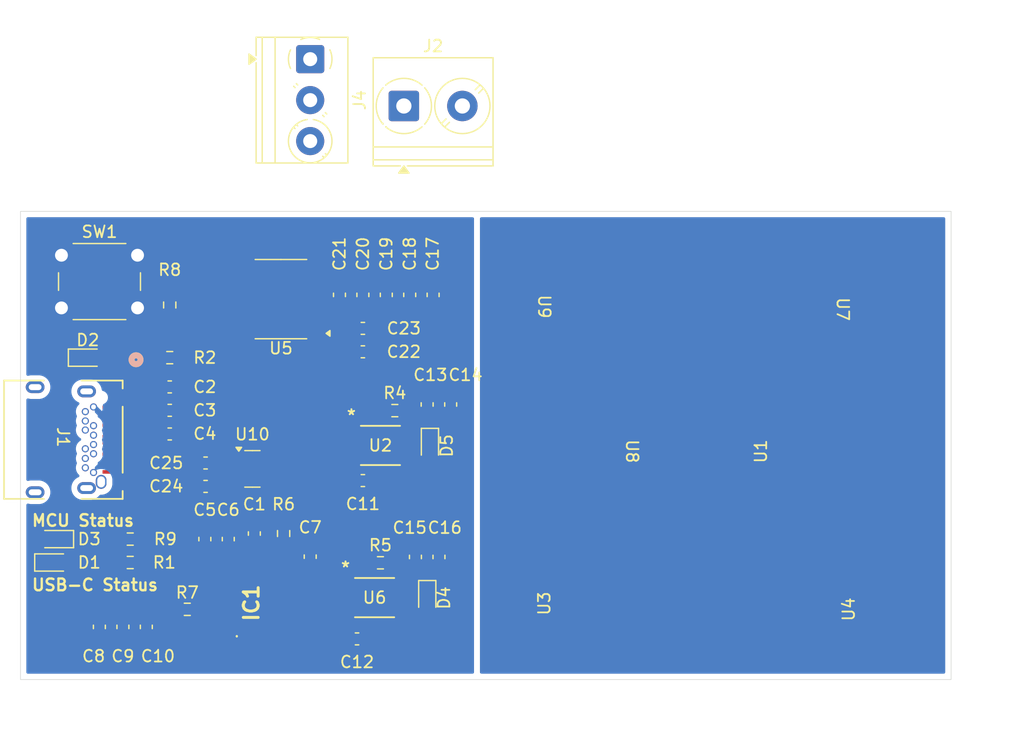
<source format=kicad_pcb>
(kicad_pcb (version 20241229) (generator "pcbnew") (generator_version "9.0")
  (layers (0 "F.Cu" signal) (2 "B.Cu" signal) (13 "F.Paste" user) (15 "B.Paste" user) (5 "F.SilkS" user "F.Silkscreen") (7 "B.SilkS" user "B.Silkscreen") (1 "F.Mask" user) (3 "B.Mask" user) (25 "Edge.Cuts" user))
  (net 0 "")
  (net 2 "+5V")
  (net 5 "/USB_C_IC/PWR_EN")
  (net 8 "GND")
  (net 9 "+18V")
  (net 10 "Net-(IC1-LED)")
  (net 12 "Net-(IC1-VCC)")
  (net 13 "/USB_C_IC/CC1")
  (net 14 "Net-(IC1-IFB)")
  (net 16 "VBUS")
  (net 17 "Net-(IC1-OTP)")
  (net 19 "Net-(IC1-VOUT)")
  (net 20 "/USB_C_IC/CC2")
  (net 32 "/MCU/I2C_SDA")
  (net 33 "/MCU/I2C_SCL")
  (net 34 "/LEDs/LED_2")
  (net 35 "Net-(U1-Pad3)")
  (net 36 "/LEDs/LX_1")
  (net 38 "/LEDs/VSET_1")
  (net 39 "/LEDs/LED_1")
  (net 43 "VLED")
  (net 45 "Net-(U3-Pad3)")
  (net 47 "Net-(L2-Pad1)")
  (net 48 "/MCU/OSC_OUT")
  (net 49 "/MCU/UART_TX")
  (net 53 "/LEDs/Thermal_Pad")
  (net 54 "/USB_C_IC/data_-")
  (net 55 "/USB_C_IC/data_+")
  (net 56 "/MCU/NRST")
  (net 57 "/MCU/SWDIO")
  (net 58 "/MCU/STATUS_LED")
  (net 59 "/MCU/SWCLK")
  (net 60 "/MCU/UART_RX")
  (net 61 "+3V3")
  (net 62 "/MCU/OSC_IN")
  (net 63 "/LEDs/LX_2")
  (net 64 "/LEDs/VSET_2")
  (net 65 "Net-(L1-Pad1)")
  (net 66 "Net-(U7-Pad1)")
  (net 67 "Net-(U8-Pad1)")
  (net 68 "Net-(D1-A)")
  (net 69 "Net-(D2-A)")
  (net 70 "Net-(D3-K)")
  (net 71 "/USB_C_IC/VOUT")
  (footprint "Capacitor_SMD:C_0603_1608Metric_Pad1.08x0.95mm_HandSolder" (layer "F.Cu") (at 123 70.5 180)
    (property "Reference" "C23" (at -3.5 0 0) (layer "F.SilkS"))
    (property "Value" "*")
    (fp_line (start -0.146267 0.51) (end 0.146267 0.51) (stroke (width 0.12)) (layer "F.SilkS"))
    (fp_line (start -0.146267 -0.51) (end 0.146267 -0.51) (stroke (width 0.12)) (layer "F.SilkS"))
    (pad "1" smd roundrect (at -0.8625 0 180) (size 1.075 0.95) (layers "F.Cu" "F.Mask" "F.Paste") (net 8 "GND"))
    (pad "2" smd roundrect (at 0.8625 0 180) (size 1.075 0.95) (layers "F.Cu" "F.Mask" "F.Paste") (net 48 "/MCU/OSC_OUT"))
  )
  (footprint "Capacitor_SMD:C_0603_1608Metric_Pad1.08x0.95mm_HandSolder" (layer "F.Cu") (at 130.5 77 90)
    (property "Reference" "C14" (at 2.525021 1.27115 180) (layer "F.SilkS"))
    (property "Value" "1u")
    (fp_line (start -0.146267 -0.51) (end 0.146267 -0.51) (stroke (width 0.12)) (layer "F.SilkS"))
    (fp_line (start -0.146267 0.51) (end 0.146267 0.51) (stroke (width 0.12)) (layer "F.SilkS"))
    (pad "1" smd roundrect (at -0.8625 0 90) (size 1.075 0.95) (layers "F.Cu" "F.Mask" "F.Paste") (net 43 "VLED"))
    (pad "2" smd roundrect (at 0.8625 0 90) (size 1.075 0.95) (layers "F.Cu" "F.Mask" "F.Paste") (net 8 "GND"))
  )
  (footprint "USB-light-pro:CHIP_D0BJ440E_WFS" (layer "F.Cu") (at 138.5 68.64 -90)
    (property "Reference" "U9" (at 0 0 270) (layer "F.SilkS"))
    (property "Value" "XHP50B-00-0000-0D0BJ440E")
    (pad "1" smd rect (at -2.14 0 270) (size 0.508 4.7752) (layers "F.Cu" "F.Mask" "F.Paste") (net 39 "/LEDs/LED_1"))
    (pad "2" smd rect (at 0 0 270) (size 2.7686 4.7752) (layers "F.Cu" "F.Mask" "F.Paste") (net 53 "/LEDs/Thermal_Pad"))
    (pad "3" smd rect (at 2.14 0 270) (size 0.508 4.7752) (layers "F.Cu" "F.Mask" "F.Paste") (net 67 "Net-(U8-Pad1)"))
  )
  (footprint "Capacitor_SMD:C_0603_1608Metric_Pad1.08x0.95mm_HandSolder" (layer "F.Cu") (at 122.5 97.025021)
    (property "Reference" "C12" (at 0 1.974979 0) (layer "F.SilkS"))
    (property "Value" "100n")
    (fp_line (start -0.146267 -0.51) (end 0.146267 -0.51) (stroke (width 0.12)) (layer "F.SilkS"))
    (fp_line (start -0.146267 0.51) (end 0.146267 0.51) (stroke (width 0.12)) (layer "F.SilkS"))
    (pad "1" smd roundrect (at -0.8625 0) (size 1.075 0.95) (layers "F.Cu" "F.Mask" "F.Paste") (net 64 "/LEDs/VSET_2"))
    (pad "2" smd roundrect (at 0.8625 0) (size 1.075 0.95) (layers "F.Cu" "F.Mask" "F.Paste") (net 8 "GND"))
  )
  (footprint "USB-light-pro:CHIP_D0BJ440E_WFS" (layer "F.Cu") (at 164.5 94.5 90)
    (property "Reference" "U4" (at 0 0 90) (layer "F.SilkS"))
    (property "Value" "XHP50B-00-0000-0D0BJ440E")
    (pad "1" smd rect (at -2.14 0 90) (size 0.508 4.7752) (layers "F.Cu" "F.Mask" "F.Paste") (net 45 "Net-(U3-Pad3)"))
    (pad "2" smd rect (at 0 0 90) (size 2.7686 4.7752) (layers "F.Cu" "F.Mask" "F.Paste") (net 53 "/LEDs/Thermal_Pad"))
    (pad "3" smd rect (at 2.14 0 90) (size 0.508 4.7752) (layers "F.Cu" "F.Mask" "F.Paste") (net 47 "Net-(L2-Pad1)"))
  )
  (footprint "Resistor_SMD:R_0603_1608Metric_Pad0.98x0.95mm_HandSolder" (layer "F.Cu") (at 106.5 73)
    (property "Reference" "R2" (at 3 0 0) (layer "F.SilkS"))
    (property "Value" "100k")
    (fp_line (start -0.254724 -0.5225) (end 0.254724 -0.5225) (stroke (width 0.12)) (layer "F.SilkS"))
    (fp_line (start -0.254724 0.5225) (end 0.254724 0.5225) (stroke (width 0.12)) (layer "F.SilkS"))
    (pad "1" smd roundrect (at -0.9125 0) (size 0.975 0.95) (layers "F.Cu" "F.Mask" "F.Paste") (net 16 "VBUS"))
    (pad "2" smd roundrect (at 0.9125 0) (size 0.975 0.95) (layers "F.Cu" "F.Mask" "F.Paste") (net 69 "Net-(D2-A)"))
  )
  (footprint "USB-light-pro:CHIP_D0BJ440E_WFS" (layer "F.Cu") (at 157 81 90)
    (property "Reference" "U1" (at 0 0 90) (layer "F.SilkS"))
    (property "Value" "XHP50B-00-0000-0D0BJ440E")
    (pad "1" smd rect (at -2.14 0 90) (size 0.508 4.7752) (layers "F.Cu" "F.Mask" "F.Paste") (net 34 "/LEDs/LED_2"))
    (pad "2" smd rect (at 0 0 90) (size 2.7686 4.7752) (layers "F.Cu" "F.Mask" "F.Paste") (net 53 "/LEDs/Thermal_Pad"))
    (pad "3" smd rect (at 2.14 0 90) (size 0.508 4.7752) (layers "F.Cu" "F.Mask" "F.Paste") (net 35 "Net-(U1-Pad3)"))
  )
  (footprint "Resistor_SMD:R_0603_1608Metric_Pad0.98x0.95mm_HandSolder" (layer "F.Cu") (at 103.125 90.5)
    (property "Reference" "R1" (at 2.9125 0 0) (layer "F.SilkS"))
    (property "Value" "1k")
    (fp_line (start -0.254724 -0.5225) (end 0.254724 -0.5225) (stroke (width 0.12)) (layer "F.SilkS"))
    (fp_line (start -0.254724 0.5225) (end 0.254724 0.5225) (stroke (width 0.12)) (layer "F.SilkS"))
    (pad "1" smd roundrect (at -0.9125 0) (size 0.975 0.95) (layers "F.Cu" "F.Mask" "F.Paste") (net 68 "Net-(D1-A)"))
    (pad "2" smd roundrect (at 0.9125 0) (size 0.975 0.95) (layers "F.Cu" "F.Mask" "F.Paste") (net 10 "Net-(IC1-LED)"))
  )
  (footprint "Capacitor_SMD:C_0603_1608Metric_Pad1.08x0.95mm_HandSolder" (layer "F.Cu") (at 127 67.6375 90)
    (property "Reference" "C18" (at 3.5 0 90) (layer "F.SilkS"))
    (property "Value" "1u")
    (fp_line (start -0.146267 -0.51) (end 0.146267 -0.51) (stroke (width 0.12)) (layer "F.SilkS"))
    (fp_line (start -0.146267 0.51) (end 0.146267 0.51) (stroke (width 0.12)) (layer "F.SilkS"))
    (pad "1" smd roundrect (at -0.8625 0 90) (size 1.075 0.95) (layers "F.Cu" "F.Mask" "F.Paste") (net 61 "+3V3"))
    (pad "2" smd roundrect (at 0.8625 0 90) (size 1.075 0.95) (layers "F.Cu" "F.Mask" "F.Paste") (net 8 "GND"))
  )
  (footprint "Resistor_SMD:R_0603_1608Metric_Pad0.98x0.95mm_HandSolder" (layer "F.Cu") (at 103.125 88.5 180)
    (property "Reference" "R9" (at -3 0 0) (layer "F.SilkS"))
    (property "Value" "1k")
    (fp_line (start -0.254724 0.5225) (end 0.254724 0.5225) (stroke (width 0.12)) (layer "F.SilkS"))
    (fp_line (start -0.254724 -0.5225) (end 0.254724 -0.5225) (stroke (width 0.12)) (layer "F.SilkS"))
    (pad "1" smd roundrect (at -0.9125 0 180) (size 0.975 0.95) (layers "F.Cu" "F.Mask" "F.Paste") (net 8 "GND"))
    (pad "2" smd roundrect (at 0.9125 0 180) (size 0.975 0.95) (layers "F.Cu" "F.Mask" "F.Paste") (net 70 "Net-(D3-K)"))
  )
  (footprint "USB-light-pro:MSOP-8EP_DIO" (layer "F.Cu") (at 124 93.5)
    (property "Reference" "U6" (at 0 0 0) (layer "F.SilkS"))
    (property "Value" "AL8861MP-13")
    (fp_line (start -1.6764 1.6764) (end 1.6764 1.6764) (stroke (width 0.1524)) (layer "F.SilkS"))
    (fp_line (start 1.6764 -1.6764) (end -1.6764 -1.6764) (stroke (width 0.1524)) (layer "F.SilkS"))
    (fp_text user "*" (at -2.48285 -2.549779 0) (layer "F.SilkS"))
    (fp_text user "*" (at -2.48285 -2.549779 0) (layer "F.SilkS"))
    (pad "1" smd rect (at -2.22885 -0.974979) (size 1.3589 0.4318) (layers "F.Cu" "F.Mask" "F.Paste") (net 34 "/LEDs/LED_2"))
    (pad "2" smd rect (at -2.22885 -0.324993) (size 1.3589 0.4318) (layers "F.Cu" "F.Mask" "F.Paste") (net 8 "GND"))
    (pad "3" smd rect (at -2.22885 0.324993) (size 1.3589 0.4318) (layers "F.Cu" "F.Mask" "F.Paste") (net 8 "GND"))
    (pad "4" smd rect (at -2.22885 0.974979) (size 1.3589 0.4318) (layers "F.Cu" "F.Mask" "F.Paste") (net 64 "/LEDs/VSET_2"))
    (pad "5" smd rect (at 2.22885 0.974979) (size 1.3589 0.4318) (layers "F.Cu" "F.Mask" "F.Paste") (net 63 "/LEDs/LX_2"))
    (pad "6" smd rect (at 2.22885 0.324993) (size 1.3589 0.4318) (layers "F.Cu" "F.Mask" "F.Paste") (net 63 "/LEDs/LX_2"))
    (pad "7" smd rect (at 2.22885 -0.324993) (size 1.3589 0.4318) (layers "F.Cu" "F.Mask" "F.Paste"))
    (pad "8" smd rect (at 2.22885 -0.974979) (size 1.3589 0.4318) (layers "F.Cu" "F.Mask" "F.Paste") (net 43 "VLED"))
    (pad "EPAD" smd rect (at 0 0) (size 1.7018 2.0066) (layers "F.Cu" "F.Mask" "F.Paste"))
  )
  (footprint "Capacitor_SMD:C_0603_1608Metric_Pad1.08x0.95mm_HandSolder" (layer "F.Cu") (at 121 67.6375 90)
    (property "Reference" "C21" (at 3.5 0 90) (layer "F.SilkS"))
    (property "Value" "10n")
    (fp_line (start -0.146267 -0.51) (end 0.146267 -0.51) (stroke (width 0.12)) (layer "F.SilkS"))
    (fp_line (start -0.146267 0.51) (end 0.146267 0.51) (stroke (width 0.12)) (layer "F.SilkS"))
    (pad "1" smd roundrect (at -0.8625 0 90) (size 1.075 0.95) (layers "F.Cu" "F.Mask" "F.Paste") (net 61 "+3V3"))
    (pad "2" smd roundrect (at 0.8625 0 90) (size 1.075 0.95) (layers "F.Cu" "F.Mask" "F.Paste") (net 8 "GND"))
  )
  (footprint "Resistor_SMD:R_0603_1608Metric_Pad0.98x0.95mm_HandSolder" (layer "F.Cu") (at 116.22885 88.025021 90)
    (property "Reference" "R6" (at 2.5 0 180) (layer "F.SilkS"))
    (property "Value" "10k")
    (fp_line (start -0.254724 -0.5225) (end 0.254724 -0.5225) (stroke (width 0.12)) (layer "F.SilkS"))
    (fp_line (start -0.254724 0.5225) (end 0.254724 0.5225) (stroke (width 0.12)) (layer "F.SilkS"))
    (pad "1" smd roundrect (at -0.9125 0 90) (size 0.975 0.95) (layers "F.Cu" "F.Mask" "F.Paste") (net 17 "Net-(IC1-OTP)"))
    (pad "2" smd roundrect (at 0.9125 0 90) (size 0.975 0.95) (layers "F.Cu" "F.Mask" "F.Paste") (net 8 "GND"))
  )
  (footprint "Diode_SMD:D_0603_1608Metric" (layer "F.Cu") (at 128.5 93.525021 -90)
    (property "Reference" "D4" (at 0 -1.43 90) (layer "F.SilkS"))
    (property "Value" "D")
    (fp_line (start -1.485 0.735) (end 0.8 0.735) (stroke (width 0.12)) (layer "F.SilkS"))
    (fp_line (start -1.485 -0.735) (end -1.485 0.735) (stroke (width 0.12)) (layer "F.SilkS"))
    (fp_line (start 0.8 -0.735) (end -1.485 -0.735) (stroke (width 0.12)) (layer "F.SilkS"))
    (pad "1" smd roundrect (at -0.7875 0 270) (size 0.875 0.95) (layers "F.Cu" "F.Mask" "F.Paste") (net 43 "VLED"))
    (pad "2" smd roundrect (at 0.7875 0 270) (size 0.875 0.95) (layers "F.Cu" "F.Mask" "F.Paste") (net 63 "/LEDs/LX_2"))
  )
  (footprint "Capacitor_SMD:C_0603_1608Metric_Pad1.08x0.95mm_HandSolder" (layer "F.Cu") (at 128.49 77 90)
    (property "Reference" "C13" (at 2.525021 0.28115 180) (layer "F.SilkS"))
    (property "Value" "100n")
    (fp_line (start -0.146267 -0.51) (end 0.146267 -0.51) (stroke (width 0.12)) (layer "F.SilkS"))
    (fp_line (start -0.146267 0.51) (end 0.146267 0.51) (stroke (width 0.12)) (layer "F.SilkS"))
    (pad "1" smd roundrect (at -0.8625 0 90) (size 1.075 0.95) (layers "F.Cu" "F.Mask" "F.Paste") (net 43 "VLED"))
    (pad "2" smd roundrect (at 0.8625 0 90) (size 1.075 0.95) (layers "F.Cu" "F.Mask" "F.Paste") (net 8 "GND"))
  )
  (footprint "USB-light-pro:CHIP_D0BJ440E_WFS" (layer "F.Cu") (at 146 81 -90)
    (property "Reference" "U8" (at 0 0 270) (layer "F.SilkS"))
    (property "Value" "XHP50B-00-0000-0D0BJ440E")
    (pad "1" smd rect (at -2.14 0 270) (size 0.508 4.7752) (layers "F.Cu" "F.Mask" "F.Paste") (net 67 "Net-(U8-Pad1)"))
    (pad "2" smd rect (at 0 0 270) (size 2.7686 4.7752) (layers "F.Cu" "F.Mask" "F.Paste") (net 53 "/LEDs/Thermal_Pad"))
    (pad "3" smd rect (at 2.14 0 270) (size 0.508 4.7752) (layers "F.Cu" "F.Mask" "F.Paste") (net 66 "Net-(U7-Pad1)"))
  )
  (footprint "Capacitor_SMD:C_0603_1608Metric_Pad1.08x0.95mm_HandSolder" (layer "F.Cu") (at 109.5 88.5 90)
    (property "Reference" "C5" (at 2.5 0 180) (layer "F.SilkS"))
    (property "Value" "1u")
    (fp_line (start -0.146267 -0.51) (end 0.146267 -0.51) (stroke (width 0.12)) (layer "F.SilkS"))
    (fp_line (start -0.146267 0.51) (end 0.146267 0.51) (stroke (width 0.12)) (layer "F.SilkS"))
    (pad "1" smd roundrect (at -0.8625 0 90) (size 1.075 0.95) (layers "F.Cu" "F.Mask" "F.Paste") (net 2 "+5V"))
    (pad "2" smd roundrect (at 0.8625 0 90) (size 1.075 0.95) (layers "F.Cu" "F.Mask" "F.Paste") (net 8 "GND"))
  )
  (footprint "USB-light-pro:MSOP-8EP_DIO" (layer "F.Cu") (at 124.5 80.5)
    (property "Reference" "U2" (at 0 0 0) (layer "F.SilkS"))
    (property "Value" "AL8861MP-13")
    (fp_line (start -1.6764 1.6764) (end 1.6764 1.6764) (stroke (width 0.1524)) (layer "F.SilkS"))
    (fp_line (start 1.6764 -1.6764) (end -1.6764 -1.6764) (stroke (width 0.1524)) (layer "F.SilkS"))
    (fp_text user "*" (at -2.48285 -2.549779 0) (layer "F.SilkS"))
    (fp_text user "*" (at -2.48285 -2.549779 0) (layer "F.SilkS"))
    (pad "1" smd rect (at -2.22885 -0.974979) (size 1.3589 0.4318) (layers "F.Cu" "F.Mask" "F.Paste") (net 39 "/LEDs/LED_1"))
    (pad "2" smd rect (at -2.22885 -0.324993) (size 1.3589 0.4318) (layers "F.Cu" "F.Mask" "F.Paste") (net 8 "GND"))
    (pad "3" smd rect (at -2.22885 0.324993) (size 1.3589 0.4318) (layers "F.Cu" "F.Mask" "F.Paste") (net 8 "GND"))
    (pad "4" smd rect (at -2.22885 0.974979) (size 1.3589 0.4318) (layers "F.Cu" "F.Mask" "F.Paste") (net 38 "/LEDs/VSET_1"))
    (pad "5" smd rect (at 2.22885 0.974979) (size 1.3589 0.4318) (layers "F.Cu" "F.Mask" "F.Paste") (net 36 "/LEDs/LX_1"))
    (pad "6" smd rect (at 2.22885 0.324993) (size 1.3589 0.4318) (layers "F.Cu" "F.Mask" "F.Paste") (net 36 "/LEDs/LX_1"))
    (pad "7" smd rect (at 2.22885 -0.324993) (size 1.3589 0.4318) (layers "F.Cu" "F.Mask" "F.Paste"))
    (pad "8" smd rect (at 2.22885 -0.974979) (size 1.3589 0.4318) (layers "F.Cu" "F.Mask" "F.Paste") (net 43 "VLED"))
    (pad "EPAD" smd rect (at 0 0) (size 1.7018 2.0066) (layers "F.Cu" "F.Mask" "F.Paste"))
  )
  (footprint "Package_TO_SOT_SMD:SOT-23" (layer "F.Cu") (at 113.5625 82.5)
    (property "Reference" "U10" (at 0 -2.95 0) (layer "F.SilkS"))
    (property "Value" "AP2127N-3.3")
    (fp_line (start 0 -1.56) (end -0.65 -1.56) (stroke (width 0.12)) (layer "F.SilkS"))
    (fp_line (start 0 -1.56) (end 0.65 -1.56) (stroke (width 0.12)) (layer "F.SilkS"))
    (fp_line (start 0 1.56) (end -0.65 1.56) (stroke (width 0.12)) (layer "F.SilkS"))
    (fp_line (start 0 1.56) (end 0.65 1.56) (stroke (width 0.12)) (layer "F.SilkS"))
    (fp_poly (pts (xy -1.1625 -1.51) (xy -1.4025 -1.84) (xy -0.9225 -1.84) (xy -1.1625 -1.51)) (stroke (width 0.12)) (fill yes) (layer "F.SilkS"))
    (pad "1" smd roundrect (at -0.9375 -0.95) (size 1.475 0.6) (layers "F.Cu" "F.Mask" "F.Paste") (net 8 "GND"))
    (pad "2" smd roundrect (at -0.9375 0.95) (size 1.475 0.6) (layers "F.Cu" "F.Mask" "F.Paste") (net 61 "+3V3"))
    (pad "3" smd roundrect (at 0.9375 0) (size 1.475 0.6) (layers "F.Cu" "F.Mask" "F.Paste") (net 2 "+5V"))
  )
  (footprint "USB-light-pro:CHIP_D0BJ440E_WFS" (layer "F.Cu") (at 138.5 94 90)
    (property "Reference" "U3" (at 0 0 90) (layer "F.SilkS"))
    (property "Value" "XHP50B-00-0000-0D0BJ440E")
    (pad "1" smd rect (at -2.14 0 90) (size 0.508 4.7752) (layers "F.Cu" "F.Mask" "F.Paste") (net 35 "Net-(U1-Pad3)"))
    (pad "2" smd rect (at 0 0 90) (size 2.7686 4.7752) (layers "F.Cu" "F.Mask" "F.Paste") (net 53 "/LEDs/Thermal_Pad"))
    (pad "3" smd rect (at 2.14 0 90) (size 0.508 4.7752) (layers "F.Cu" "F.Mask" "F.Paste") (net 45 "Net-(U3-Pad3)"))
  )
  (footprint "Capacitor_SMD:C_0603_1608Metric_Pad1.08x0.95mm_HandSolder" (layer "F.Cu") (at 106.5 79.52)
    (property "Reference" "C4" (at 3 -0.02 0) (layer "F.SilkS"))
    (property "Value" "100n")
    (fp_line (start -0.146267 -0.51) (end 0.146267 -0.51) (stroke (width 0.12)) (layer "F.SilkS"))
    (fp_line (start -0.146267 0.51) (end 0.146267 0.51) (stroke (width 0.12)) (layer "F.SilkS"))
    (pad "1" smd roundrect (at -0.8625 0) (size 1.075 0.95) (layers "F.Cu" "F.Mask" "F.Paste") (net 16 "VBUS"))
    (pad "2" smd roundrect (at 0.8625 0) (size 1.075 0.95) (layers "F.Cu" "F.Mask" "F.Paste") (net 8 "GND"))
  )
  (footprint "LED_SMD:LED_0603_1608Metric_Pad1.05x0.95mm_HandSolder" (layer "F.Cu") (at 96.625 90.5)
    (property "Reference" "D1" (at 3 0 0) (layer "F.SilkS"))
    (property "Value" "LED")
    (fp_line (start -1.66 -0.735) (end -1.66 0.735) (stroke (width 0.12)) (layer "F.SilkS"))
    (fp_line (start -1.66 0.735) (end 0.8 0.735) (stroke (width 0.12)) (layer "F.SilkS"))
    (fp_line (start 0.8 -0.735) (end -1.66 -0.735) (stroke (width 0.12)) (layer "F.SilkS"))
    (pad "1" smd roundrect (at -0.875 0) (size 1.05 0.95) (layers "F.Cu" "F.Mask" "F.Paste") (net 8 "GND"))
    (pad "2" smd roundrect (at 0.875 0) (size 1.05 0.95) (layers "F.Cu" "F.Mask" "F.Paste") (net 68 "Net-(D1-A)"))
  )
  (footprint "Capacitor_SMD:C_0603_1608Metric_Pad1.08x0.95mm_HandSolder" (layer "F.Cu") (at 102.5 96 -90)
    (property "Reference" "C9" (at 2.5 0 180) (layer "F.SilkS"))
    (property "Value" "1u")
    (fp_line (start -0.146267 0.51) (end 0.146267 0.51) (stroke (width 0.12)) (layer "F.SilkS"))
    (fp_line (start -0.146267 -0.51) (end 0.146267 -0.51) (stroke (width 0.12)) (layer "F.SilkS"))
    (pad "1" smd roundrect (at -0.8625 0 270) (size 1.075 0.95) (layers "F.Cu" "F.Mask" "F.Paste") (net 71 "/USB_C_IC/VOUT"))
    (pad "2" smd roundrect (at 0.8625 0 270) (size 1.075 0.95) (layers "F.Cu" "F.Mask" "F.Paste") (net 8 "GND"))
  )
  (footprint "Button_Switch_THT:SW_PUSH_6mm" (layer "F.Cu") (at 97.25 64.25)
    (property "Reference" "SW1" (at 3.25 -2 0) (layer "F.SilkS"))
    (property "Value" "SW_Push")
    (fp_line (start -0.25 1.5) (end -0.25 3) (stroke (width 0.12)) (layer "F.SilkS"))
    (fp_line (start 1 5.5) (end 5.5 5.5) (stroke (width 0.12)) (layer "F.SilkS"))
    (fp_line (start 5.5 -1) (end 1 -1) (stroke (width 0.12)) (layer "F.SilkS"))
    (fp_line (start 6.75 3) (end 6.75 1.5) (stroke (width 0.12)) (layer "F.SilkS"))
    (pad "1" thru_hole circle (at 0 0 90) (size 2 2) (drill 1.1) (layers "*.Cu" "*.Mask") (net 8 "GND"))
    (pad "1" thru_hole circle (at 6.5 0 90) (size 2 2) (drill 1.1) (layers "*.Cu" "*.Mask") (net 8 "GND"))
    (pad "2" thru_hole circle (at 0 4.5 90) (size 2 2) (drill 1.1) (layers "*.Cu" "*.Mask") (net 56 "/MCU/NRST"))
    (pad "2" thru_hole circle (at 6.5 4.5 90) (size 2 2) (drill 1.1) (layers "*.Cu" "*.Mask") (net 56 "/MCU/NRST"))
  )
  (footprint "Resistor_SMD:R_0603_1608Metric_Pad0.98x0.95mm_HandSolder" (layer "F.Cu") (at 106.5 68.5 -90)
    (property "Reference" "R8" (at -3 0 180) (layer "F.SilkS"))
    (property "Value" "10k")
    (fp_line (start -0.254724 0.5225) (end 0.254724 0.5225) (stroke (width 0.12)) (layer "F.SilkS"))
    (fp_line (start -0.254724 -0.5225) (end 0.254724 -0.5225) (stroke (width 0.12)) (layer "F.SilkS"))
    (pad "1" smd roundrect (at -0.9125 0 270) (size 0.975 0.95) (layers "F.Cu" "F.Mask" "F.Paste") (net 61 "+3V3"))
    (pad "2" smd roundrect (at 0.9125 0 270) (size 0.975 0.95) (layers "F.Cu" "F.Mask" "F.Paste") (net 56 "/MCU/NRST"))
  )
  (footprint "USB-light-pro:CHIP_D0BJ440E_WFS" (layer "F.Cu") (at 164 68.86 -90)
    (property "Reference" "U7" (at 0 0 270) (layer "F.SilkS"))
    (property "Value" "XHP50B-00-0000-0D0BJ440E")
    (pad "1" smd rect (at -2.14 0 270) (size 0.508 4.7752) (layers "F.Cu" "F.Mask" "F.Paste") (net 66 "Net-(U7-Pad1)"))
    (pad "2" smd rect (at 0 0 270) (size 2.7686 4.7752) (layers "F.Cu" "F.Mask" "F.Paste") (net 53 "/LEDs/Thermal_Pad"))
    (pad "3" smd rect (at 2.14 0 270) (size 0.508 4.7752) (layers "F.Cu" "F.Mask" "F.Paste") (net 65 "Net-(L1-Pad1)"))
  )
  (footprint "Capacitor_SMD:C_0603_1608Metric_Pad1.08x0.95mm_HandSolder" (layer "F.Cu") (at 125 67.6375 90)
    (property "Reference" "C19" (at 3.5 0 90) (layer "F.SilkS"))
    (property "Value" "100n")
    (fp_line (start -0.146267 -0.51) (end 0.146267 -0.51) (stroke (width 0.12)) (layer "F.SilkS"))
    (fp_line (start -0.146267 0.51) (end 0.146267 0.51) (stroke (width 0.12)) (layer "F.SilkS"))
    (pad "1" smd roundrect (at -0.8625 0 90) (size 1.075 0.95) (layers "F.Cu" "F.Mask" "F.Paste") (net 61 "+3V3"))
    (pad "2" smd roundrect (at 0.8625 0 90) (size 1.075 0.95) (layers "F.Cu" "F.Mask" "F.Paste") (net 8 "GND"))
  )
  (footprint "Capacitor_SMD:C_0603_1608Metric_Pad1.08x0.95mm_HandSolder" (layer "F.Cu") (at 109.5625 82 180)
    (property "Reference" "C25" (at 3.3625 0 0) (layer "F.SilkS"))
    (property "Value" "100n")
    (fp_line (start -0.146267 0.51) (end 0.146267 0.51) (stroke (width 0.12)) (layer "F.SilkS"))
    (fp_line (start -0.146267 -0.51) (end 0.146267 -0.51) (stroke (width 0.12)) (layer "F.SilkS"))
    (pad "1" smd roundrect (at -0.8625 0 180) (size 1.075 0.95) (layers "F.Cu" "F.Mask" "F.Paste") (net 61 "+3V3"))
    (pad "2" smd roundrect (at 0.8625 0 180) (size 1.075 0.95) (layers "F.Cu" "F.Mask" "F.Paste") (net 8 "GND"))
  )
  (footprint "Package_SO:TSSOP-20_4.4x6.5mm_P0.65mm" (layer "F.Cu") (at 116 68 180)
    (property "Reference" "U5" (at 0 -4.2 0) (layer "F.SilkS"))
    (property "Value" "STM32C011F6Px")
    (fp_line (start 0 3.385) (end 2.2 3.385) (stroke (width 0.12)) (layer "F.SilkS"))
    (fp_line (start 0 3.385) (end -2.2 3.385) (stroke (width 0.12)) (layer "F.SilkS"))
    (fp_line (start 0 -3.385) (end 2.2 -3.385) (stroke (width 0.12)) (layer "F.SilkS"))
    (fp_line (start 0 -3.385) (end -2.2 -3.385) (stroke (width 0.12)) (layer "F.SilkS"))
    (fp_poly (pts (xy -3.86 -2.925) (xy -4.19 -3.165) (xy -4.19 -2.685) (xy -3.86 -2.925)) (stroke (width 0.12)) (fill yes) (layer "F.SilkS"))
    (pad "1" smd roundrect (at -2.8625 -2.925 180) (size 1.475 0.4) (layers "F.Cu" "F.Mask" "F.Paste") (net 32 "/MCU/I2C_SDA"))
    (pad "2" smd roundrect (at -2.8625 -2.275 180) (size 1.475 0.4) (layers "F.Cu" "F.Mask" "F.Paste") (net 62 "/MCU/OSC_IN"))
    (pad "3" smd roundrect (at -2.8625 -1.625 180) (size 1.475 0.4) (layers "F.Cu" "F.Mask" "F.Paste") (net 48 "/MCU/OSC_OUT"))
    (pad "4" smd roundrect (at -2.8625 -0.975 180) (size 1.475 0.4) (layers "F.Cu" "F.Mask" "F.Paste") (net 61 "+3V3"))
    (pad "5" smd roundrect (at -2.8625 -0.325 180) (size 1.475 0.4) (layers "F.Cu" "F.Mask" "F.Paste") (net 8 "GND"))
    (pad "6" smd roundrect (at -2.8625 0.325 180) (size 1.475 0.4) (layers "F.Cu" "F.Mask" "F.Paste") (net 56 "/MCU/NRST"))
    (pad "7" smd roundrect (at -2.8625 0.975 180) (size 1.475 0.4) (layers "F.Cu" "F.Mask" "F.Paste") (net 49 "/MCU/UART_TX"))
    (pad "8" smd roundrect (at -2.8625 1.625 180) (size 1.475 0.4) (layers "F.Cu" "F.Mask" "F.Paste") (net 60 "/MCU/UART_RX"))
    (pad "9" smd roundrect (at -2.8625 2.275 180) (size 1.475 0.4) (layers "F.Cu" "F.Mask" "F.Paste"))
    (pad "10" smd roundrect (at -2.8625 2.925 180) (size 1.475 0.4) (layers "F.Cu" "F.Mask" "F.Paste"))
    (pad "11" smd roundrect (at 2.8625 2.925 180) (size 1.475 0.4) (layers "F.Cu" "F.Mask" "F.Paste") (net 58 "/MCU/STATUS_LED"))
    (pad "12" smd roundrect (at 2.8625 2.275 180) (size 1.475 0.4) (layers "F.Cu" "F.Mask" "F.Paste"))
    (pad "13" smd roundrect (at 2.8625 1.625 180) (size 1.475 0.4) (layers "F.Cu" "F.Mask" "F.Paste"))
    (pad "14" smd roundrect (at 2.8625 0.975 180) (size 1.475 0.4) (layers "F.Cu" "F.Mask" "F.Paste"))
    (pad "15" smd roundrect (at 2.8625 0.325 180) (size 1.475 0.4) (layers "F.Cu" "F.Mask" "F.Paste"))
    (pad "16" smd roundrect (at 2.8625 -0.325 180) (size 1.475 0.4) (layers "F.Cu" "F.Mask" "F.Paste"))
    (pad "17" smd roundrect (at 2.8625 -0.975 180) (size 1.475 0.4) (layers "F.Cu" "F.Mask" "F.Paste"))
    (pad "18" smd roundrect (at 2.8625 -1.625 180) (size 1.475 0.4) (layers "F.Cu" "F.Mask" "F.Paste") (net 57 "/MCU/SWDIO"))
    (pad "19" smd roundrect (at 2.8625 -2.275 180) (size 1.475 0.4) (layers "F.Cu" "F.Mask" "F.Paste") (net 59 "/MCU/SWCLK"))
    (pad "20" smd roundrect (at 2.8625 -2.925 180) (size 1.475 0.4) (layers "F.Cu" "F.Mask" "F.Paste") (net 33 "/MCU/I2C_SCL"))
  )
  (footprint "TerminalBlock_Phoenix:TerminalBlock_Phoenix_PT-1,5-2-5.0-H_1x02_P5.00mm_Horizontal" (layer "F.Cu") (at 126.5 51.5)
    (property "Reference" "J2" (at 2.5 -5.12 0) (layer "F.SilkS"))
    (property "Value" "Screw_Terminal_01x02")
    (fp_line (start -2.62 -4.12) (end -2.62 5.12) (stroke (width 0.12)) (layer "F.SilkS"))
    (fp_line (start -2.62 -4.12) (end 7.62 -4.12) (stroke (width 0.12)) (layer "F.SilkS"))
    (fp_line (start -2.62 3.5) (end 7.62 3.5) (stroke (width 0.12)) (layer "F.SilkS"))
    (fp_line (start -2.62 4.6) (end 7.62 4.6) (stroke (width 0.12)) (layer "F.SilkS"))
    (fp_line (start -2.62 5.12) (end -0.3 5.12) (stroke (width 0.12)) (layer "F.SilkS"))
    (fp_line (start -1.78 1.491) (end -1.79 1.502) (stroke (width 0.12)) (layer "F.SilkS"))
    (fp_line (start -1.493 1.78) (end -1.502 1.79) (stroke (width 0.12)) (layer "F.SilkS"))
    (fp_line (start 0.3 5.12) (end 7.62 5.12) (stroke (width 0.12)) (layer "F.SilkS"))
    (fp_line (start 3.605 1.106) (end 3.21 1.502) (stroke (width 0.12)) (layer "F.SilkS"))
    (fp_line (start 3.893 1.394) (end 3.498 1.79) (stroke (width 0.12)) (layer "F.SilkS"))
    (fp_line (start 6.502 -1.79) (end 6.106 -1.394) (stroke (width 0.12)) (layer "F.SilkS"))
    (fp_line (start 6.79 -1.502) (end 6.394 -1.106) (stroke (width 0.12)) (layer "F.SilkS"))
    (fp_line (start 7.62 -4.12) (end 7.62 5.12) (stroke (width 0.12)) (layer "F.SilkS"))
    (fp_arc (start -1.78 1.55) (mid -2.360275 0.000316) (end -1.780415 -1.549523) (stroke (width 0.12)) (layer "F.SilkS"))
    (fp_arc (start -1.55 -1.78) (mid -0.000316 -2.360275) (end 1.549523 -1.780415) (stroke (width 0.12)) (layer "F.SilkS"))
    (fp_arc (start 1.55 1.78) (mid 0.000316 2.360275) (end -1.549523 1.780415) (stroke (width 0.12)) (layer "F.SilkS"))
    (fp_arc (start 1.78 -1.55) (mid 2.360275 -0.000316) (end 1.780415 1.549523) (stroke (width 0.12)) (layer "F.SilkS"))
    (fp_circle (center 5 0) (end 7.36 0) (stroke (width 0.12)) (fill no) (layer "F.SilkS"))
    (fp_poly (pts (xy 0 5.12) (xy 0.44 5.73) (xy -0.44 5.73) (xy 0 5.12)) (stroke (width 0.12)) (fill yes) (layer "F.SilkS"))
    (pad "1" thru_hole roundrect (at 0 0) (size 2.6 2.6) (drill 1.3) (layers "*.Cu" "*.Mask") (roundrect_rratio 0.096154) (net 71 "/USB_C_IC/VOUT"))
    (pad "2" thru_hole circle (at 5 0) (size 2.6 2.6) (drill 1.3) (layers "*.Cu" "*.Mask") (net 8 "GND"))
  )
  (footprint "Capacitor_SMD:C_0603_1608Metric_Pad1.08x0.95mm_HandSolder" (layer "F.Cu") (at 118.5 90 90)
    (property "Reference" "C7" (at 2.5 0 180) (layer "F.SilkS"))
    (property "Value" "100n")
    (fp_line (start -0.146267 -0.51) (end 0.146267 -0.51) (stroke (width 0.12)) (layer "F.SilkS"))
    (fp_line (start -0.146267 0.51) (end 0.146267 0.51) (stroke (width 0.12)) (layer "F.SilkS"))
    (pad "1" smd roundrect (at -0.8625 0 90) (size 1.075 0.95) (layers "F.Cu" "F.Mask" "F.Paste") (net 9 "+18V"))
    (pad "2" smd roundrect (at 0.8625 0 90) (size 1.075 0.95) (layers "F.Cu" "F.Mask" "F.Paste") (net 8 "GND"))
  )
  (footprint "Capacitor_SMD:C_0603_1608Metric_Pad1.08x0.95mm_HandSolder" (layer "F.Cu") (at 123 83.5)
    (property "Reference" "C11" (at 0 2 180) (layer "F.SilkS"))
    (property "Value" "100n")
    (fp_line (start -0.146267 -0.51) (end 0.146267 -0.51) (stroke (width 0.12)) (layer "F.SilkS"))
    (fp_line (start -0.146267 0.51) (end 0.146267 0.51) (stroke (width 0.12)) (layer "F.SilkS"))
    (pad "1" smd roundrect (at -0.8625 0) (size 1.075 0.95) (layers "F.Cu" "F.Mask" "F.Paste") (net 38 "/LEDs/VSET_1"))
    (pad "2" smd roundrect (at 0.8625 0) (size 1.075 0.95) (layers "F.Cu" "F.Mask" "F.Paste") (net 8 "GND"))
  )
  (footprint "Capacitor_SMD:C_0603_1608Metric_Pad1.08x0.95mm_HandSolder" (layer "F.Cu") (at 129 67.6375 90)
    (property "Reference" "C17" (at 3.5 -0.04 90) (layer "F.SilkS"))
    (property "Value" "1u")
    (fp_line (start -0.146267 -0.51) (end 0.146267 -0.51) (stroke (width 0.12)) (layer "F.SilkS"))
    (fp_line (start -0.146267 0.51) (end 0.146267 0.51) (stroke (width 0.12)) (layer "F.SilkS"))
    (pad "1" smd roundrect (at -0.8625 0 90) (size 1.075 0.95) (layers "F.Cu" "F.Mask" "F.Paste") (net 61 "+3V3"))
    (pad "2" smd roundrect (at 0.8625 0 90) (size 1.075 0.95) (layers "F.Cu" "F.Mask" "F.Paste") (net 8 "GND"))
  )
  (footprint "LED_SMD:LED_0603_1608Metric_Pad1.05x0.95mm_HandSolder" (layer "F.Cu") (at 96.625 88.5 180)
    (property "Reference" "D3" (at -3 0 0) (layer "F.SilkS"))
    (property "Value" "LED")
    (fp_line (start 0.8 -0.735) (end -1.66 -0.735) (stroke (width 0.12)) (layer "F.SilkS"))
    (fp_line (start -1.66 0.735) (end 0.8 0.735) (stroke (width 0.12)) (layer "F.SilkS"))
    (fp_line (start -1.66 -0.735) (end -1.66 0.735) (stroke (width 0.12)) (layer "F.SilkS"))
    (pad "1" smd roundrect (at -0.875 0 180) (size 1.05 0.95) (layers "F.Cu" "F.Mask" "F.Paste") (net 70 "Net-(D3-K)"))
    (pad "2" smd roundrect (at 0.875 0 180) (size 1.05 0.95) (layers "F.Cu" "F.Mask" "F.Paste") (net 58 "/MCU/STATUS_LED"))
  )
  (footprint "Resistor_SMD:R_0603_1608Metric_Pad0.98x0.95mm_HandSolder" (layer "F.Cu") (at 124.5 90.525021 180)
    (property "Reference" "R5" (at 0 1.5 0) (layer "F.SilkS"))
    (property "Value" "RS")
    (fp_line (start -0.254724 0.5225) (end 0.254724 0.5225) (stroke (width 0.12)) (layer "F.SilkS"))
    (fp_line (start -0.254724 -0.5225) (end 0.254724 -0.5225) (stroke (width 0.12)) (layer "F.SilkS"))
    (pad "1" smd roundrect (at -0.9125 0 180) (size 0.975 0.95) (layers "F.Cu" "F.Mask" "F.Paste") (net 43 "VLED"))
    (pad "2" smd roundrect (at 0.9125 0 180) (size 0.975 0.95) (layers "F.Cu" "F.Mask" "F.Paste") (net 34 "/LEDs/LED_2"))
  )
  (footprint "Capacitor_SMD:C_0603_1608Metric_Pad1.08x0.95mm_HandSolder" (layer "F.Cu") (at 100.49 96 -90)
    (property "Reference" "C8" (at 2.5 0.49 180) (layer "F.SilkS"))
    (property "Value" "10u")
    (fp_line (start -0.146267 0.51) (end 0.146267 0.51) (stroke (width 0.12)) (layer "F.SilkS"))
    (fp_line (start -0.146267 -0.51) (end 0.146267 -0.51) (stroke (width 0.12)) (layer "F.SilkS"))
    (pad "1" smd roundrect (at -0.8625 0 270) (size 1.075 0.95) (layers "F.Cu" "F.Mask" "F.Paste") (net 71 "/USB_C_IC/VOUT"))
    (pad "2" smd roundrect (at 0.8625 0 270) (size 1.075 0.95) (layers "F.Cu" "F.Mask" "F.Paste") (net 8 "GND"))
  )
  (footprint "TerminalBlock_Phoenix:TerminalBlock_Phoenix_PT-1,5-3-3.5-H_1x03_P3.50mm_Horizontal" (layer "F.Cu") (at 118.5 47.5 -90)
    (property "Reference" "J4" (at 3.5 -4.22 270) (layer "F.SilkS"))
    (property "Value" "Screw_Terminal_01x03")
    (fp_line (start -1.87 4.62) (end -0.3 4.62) (stroke (width 0.12)) (layer "F.SilkS"))
    (fp_line (start 0.3 4.62) (end 8.87 4.62) (stroke (width 0.12)) (layer "F.SilkS"))
    (fp_line (start -1.87 4.1) (end 8.87 4.1) (stroke (width 0.12)) (layer "F.SilkS"))
    (fp_line (start -1.87 3) (end 8.87 3) (stroke (width 0.12)) (layer "F.SilkS"))
    (fp_line (start 2.431 1.296) (end 2.316 1.41) (stroke (width 0.12)) (layer "F.SilkS"))
    (fp_line (start 5.931 1.296) (end 5.816 1.41) (stroke (width 0.12)) (layer "F.SilkS"))
    (fp_line (start 2.204 1.069) (end 2.089 1.183) (stroke (width 0.12)) (layer "F.SilkS"))
    (fp_line (start 5.704 1.069) (end 5.589 1.183) (stroke (width 0.12)) (layer "F.SilkS"))
    (fp_line (start 4.911 -1.184) (end 4.796 -1.069) (stroke (width 0.12)) (layer "F.SilkS"))
    (fp_line (start 8.411 -1.184) (end 8.296 -1.069) (stroke (width 0.12)) (layer "F.SilkS"))
    (fp_line (start 4.684 -1.411) (end 4.569 -1.296) (stroke (width 0.12)) (layer "F.SilkS"))
    (fp_line (start 8.184 -1.411) (end 8.069 -1.296) (stroke (width 0.12)) (layer "F.SilkS"))
    (fp_line (start -1.87 -3.22) (end -1.87 4.62) (stroke (width 0.12)) (layer "F.SilkS"))
    (fp_line (start -1.87 -3.22) (end 8.87 -3.22) (stroke (width 0.12)) (layer "F.SilkS"))
    (fp_line (start 8.87 -3.22) (end 8.87 4.62) (stroke (width 0.12)) (layer "F.SilkS"))
    (fp_arc (start 0.798 1.68) (mid -0.000224 1.859894) (end -0.798405 1.679808) (stroke (width 0.12)) (layer "F.SilkS"))
    (fp_arc (start -1.68 0.798) (mid -1.859894 -0.000224) (end -1.679808 -0.798405) (stroke (width 0.12)) (layer "F.SilkS"))
    (fp_arc (start 5.159 -0.265) (mid 8.859975 0.000025) (end 5.158993 0.264951) (stroke (width 0.12)) (layer "F.SilkS"))
    (fp_arc (start -0.798 -1.68) (mid 0.000224 -1.859894) (end 0.798405 -1.679808) (stroke (width 0.12)) (layer "F.SilkS"))
    (fp_poly (pts (xy 0 4.62) (xy 0.44 5.23) (xy -0.44 5.23) (xy 0 4.62)) (stroke (width 0.12)) (fill yes) (layer "F.SilkS"))
    (pad "1" thru_hole roundrect (at 0 0 270) (size 2.4 2.4) (drill 1.2) (layers "*.Cu" "*.Mask") (roundrect_rratio 0.104167) (net 8 "GND"))
    (pad "2" thru_hole circle (at 3.5 0 270) (size 2.4 2.4) (drill 1.2) (layers "*.Cu" "*.Mask") (net 49 "/MCU/UART_TX"))
    (pad "3" thru_hole circle (at 7 0 270) (size 2.4 2.4) (drill 1.2) (layers "*.Cu" "*.Mask") (net 60 "/MCU/UART_RX"))
  )
  (footprint "Capacitor_SMD:C_0603_1608Metric_Pad1.08x0.95mm_HandSolder" (layer "F.Cu") (at 113.72885 88.025021 90)
    (property "Reference" "C1" (at 2.5 0 180) (layer "F.SilkS"))
    (property "Value" "100n")
    (fp_line (start -0.146267 -0.51) (end 0.146267 -0.51) (stroke (width 0.12)) (layer "F.SilkS"))
    (fp_line (start -0.146267 0.51) (end 0.146267 0.51) (stroke (width 0.12)) (layer "F.SilkS"))
    (pad "1" smd roundrect (at -0.8625 0 90) (size 1.075 0.95) (layers "F.Cu" "F.Mask" "F.Paste") (net 14 "Net-(IC1-IFB)"))
    (pad "2" smd roundrect (at 0.8625 0 90) (size 1.075 0.95) (layers "F.Cu" "F.Mask" "F.Paste") (net 8 "GND"))
  )
  (footprint "Capacitor_SMD:C_0603_1608Metric_Pad1.08x0.95mm_HandSolder" (layer "F.Cu") (at 111.5 88.5 90)
    (property "Reference" "C6" (at 2.5 0 180) (layer "F.SilkS"))
    (property "Value" "100n")
    (fp_line (start -0.146267 -0.51) (end 0.146267 -0.51) (stroke (width 0.12)) (layer "F.SilkS"))
    (fp_line (start -0.146267 0.51) (end 0.146267 0.51) (stroke (width 0.12)) (layer "F.SilkS"))
    (pad "1" smd roundrect (at -0.8625 0 90) (size 1.075 0.95) (layers "F.Cu" "F.Mask" "F.Paste") (net 2 "+5V"))
    (pad "2" smd roundrect (at 0.8625 0 90) (size 1.075 0.95) (layers "F.Cu" "F.Mask" "F.Paste") (net 8 "GND"))
  )
  (footprint "LED_SMD:LED_0603_1608Metric_Pad1.05x0.95mm_HandSolder" (layer "F.Cu") (at 99.5 73)
    (property "Reference" "D2" (at 0 -1.5 0) (layer "F.SilkS"))
    (property "Value" "LED")
    (fp_line (start -1.66 -0.735) (end -1.66 0.735) (stroke (width 0.12)) (layer "F.SilkS"))
    (fp_line (start -1.66 0.735) (end 0.8 0.735) (stroke (width 0.12)) (layer "F.SilkS"))
    (fp_line (start 0.8 -0.735) (end -1.66 -0.735) (stroke (width 0.12)) (layer "F.SilkS"))
    (pad "1" smd roundrect (at -0.875 0) (size 1.05 0.95) (layers "F.Cu" "F.Mask" "F.Paste") (net 8 "GND"))
    (pad "2" smd roundrect (at 0.875 0) (size 1.05 0.95) (layers "F.Cu" "F.Mask" "F.Paste") (net 69 "Net-(D2-A)"))
  )
  (footprint "Capacitor_SMD:C_0603_1608Metric_Pad1.08x0.95mm_HandSolder" (layer "F.Cu") (at 123 72.5 180)
    (property "Reference" "C22" (at -3.5 0 0) (layer "F.SilkS"))
    (property "Value" "*")
    (fp_line (start -0.146267 0.51) (end 0.146267 0.51) (stroke (width 0.12)) (layer "F.SilkS"))
    (fp_line (start -0.146267 -0.51) (end 0.146267 -0.51) (stroke (width 0.12)) (layer "F.SilkS"))
    (pad "1" smd roundrect (at -0.8625 0 180) (size 1.075 0.95) (layers "F.Cu" "F.Mask" "F.Paste") (net 8 "GND"))
    (pad "2" smd roundrect (at 0.8625 0 180) (size 1.075 0.95) (layers "F.Cu" "F.Mask" "F.Paste") (net 62 "/MCU/OSC_IN"))
  )
  (footprint "Diode_SMD:D_0603_1608Metric" (layer "F.Cu") (at 128.72885 80.525021 -90)
    (property "Reference" "D5" (at 0 -1.43 90) (layer "F.SilkS"))
    (property "Value" "D")
    (fp_line (start -1.485 0.735) (end 0.8 0.735) (stroke (width 0.12)) (layer "F.SilkS"))
    (fp_line (start -1.485 -0.735) (end -1.485 0.735) (stroke (width 0.12)) (layer "F.SilkS"))
    (fp_line (start 0.8 -0.735) (end -1.485 -0.735) (stroke (width 0.12)) (layer "F.SilkS"))
    (pad "1" smd roundrect (at -0.7875 0 270) (size 0.875 0.95) (layers "F.Cu" "F.Mask" "F.Paste") (net 43 "VLED"))
    (pad "2" smd roundrect (at 0.7875 0 270) (size 0.875 0.95) (layers "F.Cu" "F.Mask" "F.Paste") (net 36 "/LEDs/LX_1"))
  )
  (footprint "Capacitor_SMD:C_0603_1608Metric_Pad1.08x0.95mm_HandSolder" (layer "F.Cu") (at 127.49 90.025021 90)
    (property "Reference" "C15" (at 2.5 -0.49 0) (layer "F.SilkS"))
    (property "Value" "100n")
    (fp_line (start -0.146267 -0.51) (end 0.146267 -0.51) (stroke (width 0.12)) (layer "F.SilkS"))
    (fp_line (start -0.146267 0.51) (end 0.146267 0.51) (stroke (width 0.12)) (layer "F.SilkS"))
    (pad "1" smd roundrect (at -0.8625 0 90) (size 1.075 0.95) (layers "F.Cu" "F.Mask" "F.Paste") (net 43 "VLED"))
    (pad "2" smd roundrect (at 0.8625 0 90) (size 1.075 0.95) (layers "F.Cu" "F.Mask" "F.Paste") (net 8 "GND"))
  )
  (footprint "Resistor_SMD:R_0603_1608Metric_Pad0.98x0.95mm_HandSolder" (layer "F.Cu") (at 108 94.5)
    (property "Reference" "R7" (at 0 -1.43 0) (layer "F.SilkS"))
    (property "Value" "100")
    (fp_line (start -0.254724 -0.5225) (end 0.254724 -0.5225) (stroke (width 0.12)) (layer "F.SilkS"))
    (fp_line (start -0.254724 0.5225) (end 0.254724 0.5225) (stroke (width 0.12)) (layer "F.SilkS"))
    (pad "1" smd roundrect (at -0.9125 0) (size 0.975 0.95) (layers "F.Cu" "F.Mask" "F.Paste") (net 71 "/USB_C_IC/VOUT"))
    (pad "2" smd roundrect (at 0.9125 0) (size 0.975 0.95) (layers "F.Cu" "F.Mask" "F.Paste") (net 19 "Net-(IC1-VOUT)"))
  )
  (footprint "USB-light-pro:AP33772SDKZ13FA01" (layer "F.Cu") (at 113.47885 93.950021 90)
    (property "Reference" "IC1" (at 0 0 90) (layer "F.SilkS") (effects (font (size 1.27 1.27) (thickness 0.254))))
    (property "Value" "AP33772SDKZ-13-FA01" (hide yes))
    (fp_line (start -2.8 -1.25) (end -2.8 -1.25) (stroke (width 0.1)) (layer "F.SilkS"))
    (fp_line (start -2.9 -1.25) (end -2.9 -1.25) (stroke (width 0.1)) (layer "F.SilkS"))
    (fp_arc (start -2.8 -1.25) (mid -2.85 -1.2) (end -2.9 -1.25) (stroke (width 0.1)) (layer "F.SilkS"))
    (fp_arc (start -2.9 -1.25) (mid -2.85 -1.3) (end -2.8 -1.25) (stroke (width 0.1)) (layer "F.SilkS"))
    (pad "1" smd rect (at -1.925 -1.25 180) (size 0.3 0.75) (layers "F.Cu" "F.Mask" "F.Paste") (net 16 "VBUS"))
    (pad "2" smd rect (at -1.925 -0.75 180) (size 0.3 0.75) (layers "F.Cu" "F.Mask" "F.Paste"))
    (pad "3" smd rect (at -1.925 -0.25 180) (size 0.3 0.75) (layers "F.Cu" "F.Mask" "F.Paste") (net 8 "GND"))
    (pad "4" smd rect (at -1.925 0.25 180) (size 0.3 0.75) (layers "F.Cu" "F.Mask" "F.Paste") (net 32 "/MCU/I2C_SDA"))
    (pad "5" smd rect (at -1.925 0.75 180) (size 0.3 0.75) (layers "F.Cu" "F.Mask" "F.Paste") (net 33 "/MCU/I2C_SCL"))
    (pad "6" smd rect (at -1.925 1.25 180) (size 0.3 0.75) (layers "F.Cu" "F.Mask" "F.Paste"))
    (pad "7" smd rect (at -1.25 1.925 90) (size 0.3 0.75) (layers "F.Cu" "F.Mask" "F.Paste"))
    (pad "8" smd rect (at -0.75 1.925 90) (size 0.3 0.75) (layers "F.Cu" "F.Mask" "F.Paste") (net 10 "Net-(IC1-LED)"))
    (pad "9" smd rect (at -0.25 1.925 90) (size 0.3 0.75) (layers "F.Cu" "F.Mask" "F.Paste"))
    (pad "10" smd rect (at 0.25 1.925 90) (size 0.3 0.75) (layers "F.Cu" "F.Mask" "F.Paste"))
    (pad "11" smd rect (at 0.75 1.925 90) (size 0.3 0.75) (layers "F.Cu" "F.Mask" "F.Paste"))
    (pad "12" smd rect (at 1.25 1.925 90) (size 0.3 0.75) (layers "F.Cu" "F.Mask" "F.Paste") (net 9 "+18V"))
    (pad "13" smd rect (at 1.925 1.25 180) (size 0.3 0.75) (layers "F.Cu" "F.Mask" "F.Paste") (net 17 "Net-(IC1-OTP)"))
    (pad "14" smd rect (at 1.925 0.75 180) (size 0.3 0.75) (layers "F.Cu" "F.Mask" "F.Paste"))
    (pad "15" smd rect (at 1.925 0.25 180) (size 0.3 0.75) (layers "F.Cu" "F.Mask" "F.Paste") (net 14 "Net-(IC1-IFB)"))
    (pad "16" smd rect (at 1.925 -0.25 180) (size 0.3 0.75) (layers "F.Cu" "F.Mask" "F.Paste") (net 20 "/USB_C_IC/CC2"))
    (pad "17" smd rect (at 1.925 -0.75 180) (size 0.3 0.75) (layers "F.Cu" "F.Mask" "F.Paste") (net 13 "/USB_C_IC/CC1"))
    (pad "18" smd rect (at 1.925 -1.25 180) (size 0.3 0.75) (layers "F.Cu" "F.Mask" "F.Paste") (net 54 "/USB_C_IC/data_-"))
    (pad "19" smd rect (at 1.25 -1.925 90) (size 0.3 0.75) (layers "F.Cu" "F.Mask" "F.Paste") (net 55 "/USB_C_IC/data_+"))
    (pad "20" smd rect (at 0.75 -1.925 90) (size 0.3 0.75) (layers "F.Cu" "F.Mask" "F.Paste") (net 2 "+5V"))
    (pad "21" smd rect (at 0.25 -1.925 90) (size 0.3 0.75) (layers "F.Cu" "F.Mask" "F.Paste"))
    (pad "22" smd rect (at -0.25 -1.925 90) (size 0.3 0.75) (layers "F.Cu" "F.Mask" "F.Paste") (net 19 "Net-(IC1-VOUT)"))
    (pad "23" smd rect (at -0.75 -1.925 90) (size 0.3 0.75) (layers "F.Cu" "F.Mask" "F.Paste") (net 5 "/USB_C_IC/PWR_EN"))
    (pad "24" smd rect (at -1.25 -1.925 90) (size 0.3 0.75) (layers "F.Cu" "F.Mask" "F.Paste") (net 12 "Net-(IC1-VCC)"))
    (pad "25" smd rect (at 0 0 180) (size 2.7 2.7) (layers "F.Cu" "F.Mask" "F.Paste") (net 8 "GND"))
  )
  (footprint "Capacitor_SMD:C_0603_1608Metric_Pad1.08x0.95mm_HandSolder" (layer "F.Cu") (at 129.5 90.025021 90)
    (property "Reference" "C16" (at 2.5 0.5 180) (layer "F.SilkS"))
    (property "Value" "1u")
    (fp_line (start -0.146267 -0.51) (end 0.146267 -0.51) (stroke (width 0.12)) (layer "F.SilkS"))
    (fp_line (start -0.146267 0.51) (end 0.146267 0.51) (stroke (width 0.12)) (layer "F.SilkS"))
    (pad "1" smd roundrect (at -0.8625 0 90) (size 1.075 0.95) (layers "F.Cu" "F.Mask" "F.Paste") (net 43 "VLED"))
    (pad "2" smd roundrect (at 0.8625 0 90) (size 1.075 0.95) (layers "F.Cu" "F.Mask" "F.Paste") (net 8 "GND"))
  )
  (footprint "Capacitor_SMD:C_0603_1608Metric_Pad1.08x0.95mm_HandSolder" (layer "F.Cu") (at 123 67.6375 90)
    (property "Reference" "C20" (at 3.5 0 90) (layer "F.SilkS"))
    (property "Value" "100n")
    (fp_line (start -0.146267 -0.51) (end 0.146267 -0.51) (stroke (width 0.12)) (layer "F.SilkS"))
    (fp_line (start -0.146267 0.51) (end 0.146267 0.51) (stroke (width 0.12)) (layer "F.SilkS"))
    (pad "1" smd roundrect (at -0.8625 0 90) (size 1.075 0.95) (layers "F.Cu" "F.Mask" "F.Paste") (net 61 "+3V3"))
    (pad "2" smd roundrect (at 0.8625 0 90) (size 1.075 0.95) (layers "F.Cu" "F.Mask" "F.Paste") (net 8 "GND"))
  )
  (footprint "Capacitor_SMD:C_0603_1608Metric_Pad1.08x0.95mm_HandSolder" (layer "F.Cu") (at 106.5 77.5)
    (property "Reference" "C3" (at 3 0 0) (layer "F.SilkS"))
    (property "Value" "1u")
    (fp_line (start -0.146267 -0.51) (end 0.146267 -0.51) (stroke (width 0.12)) (layer "F.SilkS"))
    (fp_line (start -0.146267 0.51) (end 0.146267 0.51) (stroke (width 0.12)) (layer "F.SilkS"))
    (pad "1" smd roundrect (at -0.8625 0) (size 1.075 0.95) (layers "F.Cu" "F.Mask" "F.Paste") (net 16 "VBUS"))
    (pad "2" smd roundrect (at 0.8625 0) (size 1.075 0.95) (layers "F.Cu" "F.Mask" "F.Paste") (net 8 "GND"))
  )
  (footprint "Capacitor_SMD:C_0603_1608Metric_Pad1.08x0.95mm_HandSolder" (layer "F.Cu") (at 106.5 75.5)
    (property "Reference" "C2" (at 3 0 0) (layer "F.SilkS"))
    (property "Value" "10u")
    (fp_line (start -0.146267 -0.51) (end 0.146267 -0.51) (stroke (width 0.12)) (layer "F.SilkS"))
    (fp_line (start -0.146267 0.51) (end 0.146267 0.51) (stroke (width 0.12)) (layer "F.SilkS"))
    (pad "1" smd roundrect (at -0.8625 0) (size 1.075 0.95) (layers "F.Cu" "F.Mask" "F.Paste") (net 16 "VBUS"))
    (pad "2" smd roundrect (at 0.8625 0) (size 1.075 0.95) (layers "F.Cu" "F.Mask" "F.Paste") (net 8 "GND"))
  )
  (footprint "Capacitor_SMD:C_0603_1608Metric_Pad1.08x0.95mm_HandSolder" (layer "F.Cu") (at 109.5625 84 180)
    (property "Reference" "C24" (at 3.3625 0.01 0) (layer "F.SilkS"))
    (property "Value" "1u")
    (fp_line (start -0.146267 0.51) (end 0.146267 0.51) (stroke (width 0.12)) (layer "F.SilkS"))
    (fp_line (start -0.146267 -0.51) (end 0.146267 -0.51) (stroke (width 0.12)) (layer "F.SilkS"))
    (pad "1" smd roundrect (at -0.8625 0 180) (size 1.075 0.95) (layers "F.Cu" "F.Mask" "F.Paste") (net 61 "+3V3"))
    (pad "2" smd roundrect (at 0.8625 0 180) (size 1.075 0.95) (layers "F.Cu" "F.Mask" "F.Paste") (net 8 "GND"))
  )
  (footprint "Resistor_SMD:R_0603_1608Metric_Pad0.98x0.95mm_HandSolder" (layer "F.Cu") (at 125.72885 77.525021 180)
    (property "Reference" "R4" (at 0 1.5 180) (layer "F.SilkS"))
    (property "Value" "RS")
    (fp_line (start -0.254724 0.5225) (end 0.254724 0.5225) (stroke (width 0.12)) (layer "F.SilkS"))
    (fp_line (start -0.254724 -0.5225) (end 0.254724 -0.5225) (stroke (width 0.12)) (layer "F.SilkS"))
    (pad "1" smd roundrect (at -0.9125 0 180) (size 0.975 0.95) (layers "F.Cu" "F.Mask" "F.Paste") (net 43 "VLED"))
    (pad "2" smd roundrect (at 0.9125 0 180) (size 0.975 0.95) (layers "F.Cu" "F.Mask" "F.Paste") (net 39 "/LEDs/LED_1"))
  )
  (footprint "USB-light-pro:CONN24_4056-03-A_GCT" (layer "F.Cu") (at 101.205 77.259306 -90)
    (property "Reference" "J1" (at 2.54 3.81 270) (layer "F.SilkS"))
    (property "Value" "USB_C_Receptacle")
    (fp_line (start -2.303907 8.8616) (end 7.805293 8.8616) (stroke (width 0.1524)) (layer "F.SilkS"))
    (fp_line (start 7.805293 8.8616) (end 7.805293 5.45674) (stroke (width 0.1524)) (layer "F.SilkS"))
    (fp_line (start -2.303907 5.45674) (end -2.303907 8.8616) (stroke (width 0.1524)) (layer "F.SilkS"))
    (fp_line (start 7.805293 2.25126) (end 7.805293 -1.273) (stroke (width 0.1524)) (layer "F.SilkS"))
    (fp_line (start -2.303907 -1.273) (end -2.303907 2.25126) (stroke (width 0.1524)) (layer "F.SilkS"))
    (fp_line (start -1.628972 -1.273) (end -2.303907 -1.273) (stroke (width 0.1524)) (layer "F.SilkS"))
    (fp_line (start 5.571029 -1.273) (end -0.069643 -1.273) (stroke (width 0.1524)) (layer "F.SilkS"))
    (fp_line (start 7.805293 -1.273) (end 7.130358 -1.273) (stroke (width 0.1524)) (layer "F.SilkS"))
    (fp_circle (center -4.081907 -2.416) (end -3.700907 -2.416) (stroke (width 0.508)) (fill no) (layer "F.SilkS"))
    (fp_circle (center -4.081907 -2.416) (end -3.700907 -2.416) (stroke (width 0.508)) (fill no) (layer "B.SilkS"))
    (pad "" np_thru_hole circle (at -0.849307 0.565 270) (size 0.6604 0.6604) (drill 0.6604) (layers "*.Cu" "*.Mask"))
    (pad "25" thru_hole oval (at -1.379306 1.805) (size 1.6002 1.016) (drill oval 1.0922 0.508) (layers "*.Cu" "*.Mask"))
    (pad "26" thru_hole oval (at -1.739308 6.205) (size 1.6002 1.016) (drill oval 1.0922 0.508) (layers "*.Cu" "*.Mask"))
    (pad "27" thru_hole oval (at 6.880692 1.805) (size 1.6002 1.016) (drill oval 1.0922 0.508) (layers "*.Cu" "*.Mask"))
    (pad "28" thru_hole oval (at 7.240694 6.205) (size 1.6002 1.016) (drill oval 1.0922 0.508) (layers "*.Cu" "*.Mask"))
    (pad "29" thru_hole oval (at 6.350693 0.565 270) (size 1.1938 0.9144) (drill oval 0.9398 0.6604) (layers "*.Cu" "*.Mask"))
    (pad "A1" smd rect (at 0 0 270) (size 0.3048 0.889) (layers "F.Cu" "F.Mask" "F.Paste") (net 8 "GND"))
    (pad "A2" smd rect (at 0.500126 0 270) (size 0.3048 0.889) (layers "F.Cu" "F.Mask" "F.Paste"))
    (pad "A3" smd rect (at 1.000252 0 270) (size 0.3048 0.889) (layers "F.Cu" "F.Mask" "F.Paste"))
    (pad "A4" smd rect (at 1.500378 0 270) (size 0.3048 0.889) (layers "F.Cu" "F.Mask" "F.Paste") (net 16 "VBUS"))
    (pad "A5" smd rect (at 2.000504 0 270) (size 0.3048 0.889) (layers "F.Cu" "F.Mask" "F.Paste") (net 13 "/USB_C_IC/CC1"))
    (pad "A6" smd rect (at 2.50063 0 270) (size 0.3048 0.889) (layers "F.Cu" "F.Mask" "F.Paste") (net 55 "/USB_C_IC/data_+"))
    (pad "A7" smd rect (at 3.000756 0 270) (size 0.3048 0.889) (layers "F.Cu" "F.Mask" "F.Paste") (net 54 "/USB_C_IC/data_-"))
    (pad "A8" smd rect (at 3.500882 0 270) (size 0.3048 0.889) (layers "F.Cu" "F.Mask" "F.Paste"))
    (pad "A9" smd rect (at 4.001008 0 270) (size 0.3048 0.889) (layers "F.Cu" "F.Mask" "F.Paste") (net 16 "VBUS"))
    (pad "A10" smd rect (at 4.501134 0 270) (size 0.3048 0.889) (layers "F.Cu" "F.Mask" "F.Paste"))
    (pad "A11" smd rect (at 5.00126 0 270) (size 0.3048 0.889) (layers "F.Cu" "F.Mask" "F.Paste"))
    (pad "A12" smd rect (at 5.501386 0 270) (size 0.3048 0.889) (layers "F.Cu" "F.Mask" "F.Paste") (net 8 "GND"))
    (pad "B1" thru_hole circle (at 5.550886 1.215 270) (size 0.6096 0.6096) (drill 0.4064) (layers "*.Cu" "*.Mask") (net 8 "GND"))
    (pad "B2" thru_hole circle (at 5.15076 1.915 270) (size 0.6096 0.6096) (drill 0.4064) (layers "*.Cu" "*.Mask"))
    (pad "B3" thru_hole circle (at 4.350634 1.915 270) (size 0.6096 0.6096) (drill 0.4064) (layers "*.Cu" "*.Mask"))
    (pad "B4" thru_hole circle (at 3.950508 1.215 270) (size 0.6096 0.6096) (drill 0.4064) (layers "*.Cu" "*.Mask") (net 16 "VBUS"))
    (pad "B5" thru_hole circle (at 3.525882 1.915 270) (size 0.6096 0.6096) (drill 0.4064) (layers "*.Cu" "*.Mask") (net 20 "/USB_C_IC/CC2"))
    (pad "B6" thru_hole circle (at 3.163256 1.215 270) (size 0.6096 0.6096) (drill 0.4064) (layers "*.Cu" "*.Mask") (net 55 "/USB_C_IC/data_+"))
    (pad "B7" thru_hole circle (at 2.36313 1.215 270) (size 0.6096 0.6096) (drill 0.4064) (layers "*.Cu" "*.Mask") (net 54 "/USB_C_IC/data_-"))
    (pad "B8" thru_hole circle (at 1.925504 1.915 270) (size 0.6096 0.6096) (drill 0.4064) (layers "*.Cu" "*.Mask"))
    (pad "B9" thru_hole circle (at 1.550878 1.215 270) (size 0.6096 0.6096) (drill 0.4064) (layers "*.Cu" "*.Mask") (net 16 "VBUS"))
    (pad "B10" thru_hole circle (at 1.150752 1.915 270) (size 0.6096 0.6096) (drill 0.4064) (layers "*.Cu" "*.Mask"))
    (pad "B11" thru_hole circle (at 0.350626 1.915 270) (size 0.6096 0.6096) (drill 0.4064) (layers "*.Cu" "*.Mask"))
    (pad "B12" thru_hole circle (at -0.0495 1.215 270) (size 0.6096 0.6096) (drill 0.4064) (layers "*.Cu" "*.Mask") (net 8 "GND"))
  )
  (footprint "Capacitor_SMD:C_0603_1608Metric_Pad1.08x0.95mm_HandSolder" (layer "F.Cu") (at 104.5 96 -90)
    (property "Reference" "C10" (at 2.5 -0.99 0) (layer "F.SilkS"))
    (property "Value" "100n")
    (fp_line (start -0.146267 0.51) (end 0.146267 0.51) (stroke (width 0.12)) (layer "F.SilkS"))
    (fp_line (start -0.146267 -0.51) (end 0.146267 -0.51) (stroke (width 0.12)) (layer "F.SilkS"))
    (pad "1" smd roundrect (at -0.8625 0 270) (size 1.075 0.95) (layers "F.Cu" "F.Mask" "F.Paste") (net 71 "/USB_C_IC/VOUT"))
    (pad "2" smd roundrect (at 0.8625 0 270) (size 1.075 0.95) (layers "F.Cu" "F.Mask" "F.Paste") (net 8 "GND"))
  )
  (gr_rect (start 93.75 60.5) (end 173.25 100.5) (stroke (width 0.05)) (fill no) (layer "Edge.Cuts"))
  (gr_text "USB-C Status\n" (at 94.625 93 0) (layer "F.SilkS") (effects (font (size 1 1) (thickness 0.2) (bold yes)) (justify left bottom)))
  (gr_text "MCU Status\n" (at 94.625 87.5 0) (layer "F.SilkS") (effects (font (size 1 1) (thickness 0.2) (bold yes)) (justify left bottom)))
  (zone (net 8) (net_name "GND") (layer "B.Cu") (connect_pads (clearance 0.5)) (min_thickness 0.25) (fill yes (thermal_gap 0.5) (thermal_bridge_width 0.5))
    (polygon (pts (xy 133 56.5) (xy 133 105) (xy 92 105.5) (xy 92 57)))
  )
  (zone (net 53) (net_name "/LEDs/Thermal_Pad") (layer "B.Cu") (priority 1) (connect_pads (clearance 0.5)) (min_thickness 0.25) (fill yes (thermal_gap 0.5) (thermal_bridge_width 0.5))
    (polygon (pts (xy 133 56.5) (xy 133 105) (xy 179.5 105.5) (xy 179 56.5)))
  )
)
</source>
